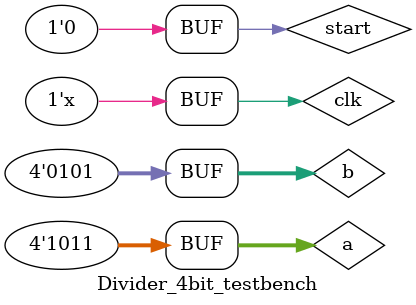
<source format=v>
`timescale 1ns / 1ps


module Divider_4bit_testbench;

	// Inputs
	reg [3:0] a;
	reg [3:0] b;
	reg start;
	reg clk;

	// Outputs
	wire ready;
	wire busy;
	wire [3:0] count;
	wire [3:0] q;
	wire [2:0] r;

	// Instantiate the Unit Under Test (UUT)
	Divider_4bit uut (
		.a(a), 
		.b(b), 
		.start(start), 
		.clk(clk), 
		.ready(ready), 
		.busy(busy), 
		.count(count), 
		.q(q), 
		.r(r)
	);

	initial begin
		start = 0;
		clk = 0;
		
		a = 7;
		b = 2;
		#10 start = 1;
		#10 start = 0;
		#90;
		
		a = 14;
		b = 8;
		#10 start = 1;
		#10 start = 0;
		#90;
		
		a = 7;
		b = 6;
		#10 start = 1;
		#10 start = 0;
		#90;
		
		a = 13;
		b = 2;
		#10 start = 1;
		#10 start = 0;
		#90;
		
		a = 5;
		b = 3;
		#10 start = 1;
		#10 start = 0;
		#90;
		
		a = 14;
		b = 2;
		#10 start = 1;
		#10 start = 0;
		#90;
		
		a = 15;
		b = 3;
		#10 start = 1;
		#10 start = 0;
		#80;
		
		a = 3;
		b = 2;
		#10 start = 1;
		#10 start = 0;
		#80;
		
		a = 9;
		b = 7;
		#10 start = 1;
		#10 start = 0;
		#80;
		
		a = 11;
		b = 5;
		#10 start = 1;
		#10 start = 0;
		#80;
		
	end
	always #5 clk = !clk;
      
endmodule


</source>
